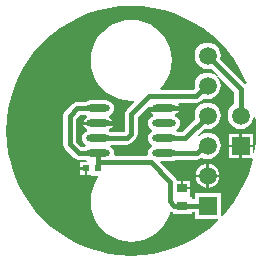
<source format=gtl>
G04*
G04 #@! TF.GenerationSoftware,Altium Limited,Altium Designer,19.1.5 (86)*
G04*
G04 Layer_Physical_Order=1*
G04 Layer_Color=255*
%FSLAX25Y25*%
%MOIN*%
G70*
G01*
G75*
%ADD14R,0.03500X0.03000*%
%ADD15R,0.02200X0.02200*%
%ADD16O,0.07874X0.02362*%
%ADD17O,0.07874X0.02362*%
%ADD24C,0.01500*%
%ADD25C,0.05906*%
%ADD26R,0.05906X0.05906*%
%ADD27C,0.03543*%
G36*
X3630Y41488D02*
X7232Y41014D01*
X10779Y40228D01*
X14244Y39135D01*
X17601Y37745D01*
X20823Y36067D01*
X23888Y34115D01*
X26770Y31903D01*
X29449Y29449D01*
X31903Y26770D01*
X34115Y23888D01*
X36067Y20823D01*
X37745Y17601D01*
X38501Y15776D01*
X38058Y15539D01*
X38050Y15550D01*
X29739Y23861D01*
X29741Y23864D01*
X29890Y25000D01*
X29741Y26136D01*
X29302Y27195D01*
X28604Y28104D01*
X27695Y28802D01*
X26636Y29241D01*
X25500Y29390D01*
X24364Y29241D01*
X23305Y28802D01*
X22396Y28104D01*
X21698Y27195D01*
X21259Y26136D01*
X21110Y25000D01*
X21259Y23864D01*
X21698Y22805D01*
X22396Y21896D01*
X23305Y21198D01*
X24364Y20759D01*
X25500Y20610D01*
X26636Y20759D01*
X26639Y20761D01*
X28866Y18534D01*
X28535Y18157D01*
X27695Y18802D01*
X26636Y19241D01*
X25500Y19390D01*
X24364Y19241D01*
X23305Y18802D01*
X22396Y18104D01*
X21698Y17195D01*
X21259Y16136D01*
X21110Y15000D01*
X21218Y14176D01*
X20734Y13692D01*
X9983D01*
X9753Y14192D01*
X10924Y15563D01*
X12031Y17370D01*
X12842Y19327D01*
X13336Y21388D01*
X13503Y23500D01*
X13336Y25612D01*
X12842Y27673D01*
X12031Y29630D01*
X10924Y31437D01*
X9548Y33048D01*
X7937Y34424D01*
X6130Y35531D01*
X4172Y36342D01*
X2112Y36836D01*
X0Y37003D01*
X-2112Y36836D01*
X-4172Y36342D01*
X-6130Y35531D01*
X-7937Y34424D01*
X-9548Y33048D01*
X-10924Y31437D01*
X-12031Y29630D01*
X-12842Y27673D01*
X-13336Y25612D01*
X-13503Y23500D01*
X-13336Y21388D01*
X-12842Y19327D01*
X-12031Y17370D01*
X-10924Y15563D01*
X-9548Y13952D01*
X-7937Y12576D01*
X-6130Y11469D01*
X-4172Y10658D01*
X-2112Y10164D01*
X0Y9997D01*
X797Y10060D01*
X1006Y9606D01*
X-1550Y7050D01*
X-2025Y6339D01*
X-2192Y5500D01*
Y-92D01*
X-2408Y-308D01*
X-6861D01*
X-6942Y-245D01*
X-7384Y-62D01*
X-7390Y289D01*
X-7359Y468D01*
X-6672Y927D01*
X-6190Y1649D01*
X-6100Y2100D01*
X-11000D01*
X-15900D01*
X-15810Y1649D01*
X-15328Y927D01*
X-14641Y468D01*
X-14610Y289D01*
X-14616Y-62D01*
X-15058Y-245D01*
X-15597Y-659D01*
X-16011Y-1198D01*
X-16271Y-1826D01*
X-16359Y-2500D01*
X-16271Y-3174D01*
X-16011Y-3802D01*
X-15597Y-4341D01*
X-15100Y-4722D01*
X-15088Y-4829D01*
X-15424Y-5308D01*
X-16592D01*
X-18308Y-3592D01*
Y4092D01*
X-17092Y5308D01*
X-15139D01*
X-15058Y5245D01*
X-14616Y5063D01*
X-14610Y4711D01*
X-14641Y4532D01*
X-15328Y4073D01*
X-15810Y3351D01*
X-15900Y2900D01*
X-11000D01*
X-6100D01*
X-6190Y3351D01*
X-6672Y4073D01*
X-7359Y4532D01*
X-7390Y4711D01*
X-7384Y5063D01*
X-6942Y5245D01*
X-6403Y5659D01*
X-5990Y6198D01*
X-5729Y6826D01*
X-5641Y7500D01*
X-5729Y8174D01*
X-5990Y8802D01*
X-6403Y9341D01*
X-6942Y9755D01*
X-7570Y10015D01*
X-8244Y10103D01*
X-13756D01*
X-14430Y10015D01*
X-15058Y9755D01*
X-15139Y9692D01*
X-18000D01*
X-18839Y9525D01*
X-19550Y9050D01*
X-22050Y6550D01*
X-22525Y5839D01*
X-22692Y5000D01*
Y-4500D01*
X-22525Y-5339D01*
X-22050Y-6050D01*
X-19050Y-9050D01*
X-18339Y-9525D01*
X-17500Y-9692D01*
X-15139D01*
X-15058Y-9755D01*
X-14706Y-9900D01*
X-14806Y-10400D01*
X-17100D01*
Y-12100D01*
X-15000D01*
Y-12500D01*
X-14600D01*
Y-14600D01*
X-13500D01*
Y-15000D01*
X-11040D01*
X-10830Y-15454D01*
X-10924Y-15563D01*
X-12031Y-17370D01*
X-12842Y-19327D01*
X-13336Y-21388D01*
X-13503Y-23500D01*
X-13336Y-25612D01*
X-12842Y-27673D01*
X-12031Y-29630D01*
X-10924Y-31437D01*
X-9548Y-33048D01*
X-7937Y-34424D01*
X-6130Y-35531D01*
X-4172Y-36342D01*
X-2112Y-36836D01*
X0Y-37003D01*
X2112Y-36836D01*
X4172Y-36342D01*
X6130Y-35531D01*
X7937Y-34424D01*
X9548Y-33048D01*
X10924Y-31437D01*
X12031Y-29630D01*
X12842Y-27673D01*
X12977Y-27110D01*
X13441Y-26910D01*
X13850Y-27123D01*
Y-27800D01*
X20150D01*
Y-27092D01*
X21147D01*
Y-29353D01*
X28813D01*
X29008Y-29853D01*
X26770Y-31903D01*
X23888Y-34115D01*
X20823Y-36067D01*
X17601Y-37745D01*
X14244Y-39135D01*
X10779Y-40228D01*
X7232Y-41014D01*
X3630Y-41488D01*
X0Y-41647D01*
X-3630Y-41488D01*
X-7232Y-41014D01*
X-10779Y-40228D01*
X-14244Y-39135D01*
X-17601Y-37745D01*
X-20823Y-36067D01*
X-23888Y-34115D01*
X-26770Y-31903D01*
X-29449Y-29449D01*
X-31903Y-26770D01*
X-34115Y-23888D01*
X-36067Y-20823D01*
X-37745Y-17601D01*
X-39135Y-14244D01*
X-40228Y-10779D01*
X-41014Y-7232D01*
X-41488Y-3630D01*
X-41647Y0D01*
X-41488Y3630D01*
X-41014Y7232D01*
X-40228Y10779D01*
X-39135Y14244D01*
X-37745Y17601D01*
X-36067Y20823D01*
X-34115Y23888D01*
X-31903Y26770D01*
X-29449Y29449D01*
X-26770Y31903D01*
X-23888Y34115D01*
X-20823Y36067D01*
X-17601Y37745D01*
X-14244Y39135D01*
X-10779Y40228D01*
X-7232Y41014D01*
X-3630Y41488D01*
X0Y41647D01*
X3630Y41488D01*
D02*
G37*
G36*
X34308Y13092D02*
Y8803D01*
X34305Y8802D01*
X33396Y8104D01*
X32698Y7195D01*
X32259Y6136D01*
X32110Y5000D01*
X32259Y3864D01*
X32698Y2805D01*
X33396Y1896D01*
X34305Y1198D01*
X35364Y759D01*
X36500Y610D01*
X37636Y759D01*
X38695Y1198D01*
X39604Y1896D01*
X40302Y2805D01*
X40741Y3864D01*
X40847Y4671D01*
X41351D01*
X41488Y3630D01*
X41647Y0D01*
X41488Y-3630D01*
X41014Y-7232D01*
X40953Y-7508D01*
X40453Y-7453D01*
Y-5400D01*
X36900D01*
Y-8953D01*
X40120D01*
X40529Y-9421D01*
X40228Y-10779D01*
X39135Y-14244D01*
X37745Y-17601D01*
X36067Y-20823D01*
X34115Y-23888D01*
X31903Y-26770D01*
X30319Y-28499D01*
X29853Y-28318D01*
Y-20647D01*
X21147D01*
Y-22708D01*
X20150D01*
Y-22000D01*
X19991D01*
X19750Y-21600D01*
Y-19500D01*
X17000D01*
Y-19100D01*
X16600D01*
Y-16600D01*
X15112D01*
X15025Y-16161D01*
X14550Y-15450D01*
X9665Y-10565D01*
X9857Y-10103D01*
X13756D01*
X14430Y-10015D01*
X15058Y-9755D01*
X15139Y-9692D01*
X21808D01*
X22647Y-9525D01*
X23358Y-9050D01*
X23518Y-8890D01*
X24364Y-9241D01*
X25500Y-9390D01*
X26636Y-9241D01*
X27695Y-8802D01*
X28604Y-8104D01*
X29302Y-7195D01*
X29741Y-6136D01*
X29890Y-5000D01*
X29741Y-3864D01*
X29302Y-2805D01*
X28604Y-1896D01*
X27695Y-1198D01*
X26636Y-759D01*
X25500Y-610D01*
X24364Y-759D01*
X23305Y-1198D01*
X22465Y-1843D01*
X22134Y-1466D01*
X24361Y761D01*
X24364Y759D01*
X25500Y610D01*
X26636Y759D01*
X27695Y1198D01*
X28604Y1896D01*
X29302Y2805D01*
X29741Y3864D01*
X29890Y5000D01*
X29741Y6136D01*
X29302Y7195D01*
X28604Y8104D01*
X27695Y8802D01*
X26636Y9241D01*
X25500Y9390D01*
X24364Y9241D01*
X23305Y8802D01*
X22396Y8104D01*
X21698Y7195D01*
X21259Y6136D01*
X21110Y5000D01*
X21259Y3864D01*
X21261Y3861D01*
X17092Y-308D01*
X15424D01*
X15088Y171D01*
X15100Y278D01*
X15597Y659D01*
X16011Y1198D01*
X16271Y1826D01*
X16359Y2500D01*
X16271Y3174D01*
X16011Y3802D01*
X15597Y4341D01*
X15058Y4755D01*
X14616Y4938D01*
X14610Y5289D01*
X14641Y5468D01*
X15328Y5928D01*
X15811Y6649D01*
X15900Y7100D01*
X11000D01*
X6100D01*
X6190Y6649D01*
X6672Y5928D01*
X7359Y5468D01*
X7390Y5289D01*
X7384Y4938D01*
X6942Y4755D01*
X6403Y4341D01*
X5990Y3802D01*
X5729Y3174D01*
X5641Y2500D01*
X5729Y1826D01*
X5990Y1198D01*
X6403Y659D01*
X6900Y278D01*
X6933Y-0D01*
X6900Y-278D01*
X6403Y-659D01*
X5990Y-1198D01*
X5729Y-1826D01*
X5641Y-2500D01*
X5729Y-3174D01*
X5990Y-3802D01*
X6403Y-4341D01*
X6900Y-4722D01*
X6933Y-5000D01*
X6900Y-5278D01*
X6403Y-5659D01*
X5990Y-6198D01*
X5729Y-6826D01*
X5641Y-7500D01*
X5681Y-7808D01*
X5273Y-8308D01*
X-5273D01*
X-5681Y-7808D01*
X-5641Y-7500D01*
X-5729Y-6826D01*
X-5990Y-6198D01*
X-6403Y-5659D01*
X-6900Y-5278D01*
X-6912Y-5171D01*
X-6576Y-4692D01*
X-1500D01*
X-661Y-4525D01*
X50Y-4050D01*
X1550Y-2550D01*
X2025Y-1839D01*
X2192Y-1000D01*
Y4592D01*
X5612Y8012D01*
X5822Y7900D01*
X11000D01*
X15900D01*
X15811Y8351D01*
X15505Y8808D01*
X15773Y9308D01*
X21642D01*
X22481Y9475D01*
X23192Y9950D01*
X24108Y10865D01*
X24364Y10759D01*
X25500Y10610D01*
X26636Y10759D01*
X27695Y11198D01*
X28604Y11896D01*
X29302Y12805D01*
X29741Y13864D01*
X29890Y15000D01*
X29741Y16136D01*
X29302Y17195D01*
X28657Y18035D01*
X29034Y18366D01*
X34308Y13092D01*
D02*
G37*
%LPC*%
G36*
X-15400Y-12900D02*
X-17100D01*
Y-14600D01*
X-15400D01*
Y-12900D01*
D02*
G37*
G36*
X40453Y-1047D02*
X36900D01*
Y-4600D01*
X40453D01*
Y-1047D01*
D02*
G37*
G36*
X36100D02*
X32547D01*
Y-4600D01*
X36100D01*
Y-1047D01*
D02*
G37*
G36*
Y-5400D02*
X32547D01*
Y-8953D01*
X36100D01*
Y-5400D01*
D02*
G37*
G36*
X25900Y-11066D02*
Y-14600D01*
X29434D01*
X29351Y-13968D01*
X28953Y-13007D01*
X28319Y-12181D01*
X27493Y-11547D01*
X26532Y-11149D01*
X25900Y-11066D01*
D02*
G37*
G36*
X25100D02*
X24468Y-11149D01*
X23507Y-11547D01*
X22681Y-12181D01*
X22047Y-13007D01*
X21649Y-13968D01*
X21566Y-14600D01*
X25100D01*
Y-11066D01*
D02*
G37*
G36*
X19750Y-16600D02*
X17400D01*
Y-18700D01*
X19750D01*
Y-16600D01*
D02*
G37*
G36*
X29434Y-15400D02*
X25900D01*
Y-18934D01*
X26532Y-18851D01*
X27493Y-18453D01*
X28319Y-17819D01*
X28953Y-16993D01*
X29351Y-16032D01*
X29434Y-15400D01*
D02*
G37*
G36*
X25100D02*
X21566D01*
X21649Y-16032D01*
X22047Y-16993D01*
X22681Y-17819D01*
X23507Y-18453D01*
X24468Y-18851D01*
X25100Y-18934D01*
Y-15400D01*
D02*
G37*
%LPD*%
D14*
X17000Y-24900D02*
D03*
Y-19100D02*
D03*
D15*
X-15000Y-12500D02*
D03*
X-11000D02*
D03*
D16*
X-11000Y7500D02*
D03*
D17*
Y2500D02*
D03*
Y-2500D02*
D03*
X11000Y-7500D02*
D03*
Y2500D02*
D03*
Y7500D02*
D03*
Y-2500D02*
D03*
X-11000Y-7500D02*
D03*
D24*
X25400Y-24900D02*
X25500Y-25000D01*
X17000Y-24900D02*
X25400D01*
X5500Y6500D02*
X6335Y7335D01*
X10835D01*
X11000Y7500D01*
X18500D01*
X-11000Y2500D02*
X-4000D01*
X-11000Y-10500D02*
Y-7500D01*
Y-12500D02*
Y-10500D01*
X6500D01*
X13000Y-17000D01*
Y-23500D02*
Y-17000D01*
X0Y5500D02*
X6000Y11500D01*
X0Y-1000D02*
Y5500D01*
X-1500Y-2500D02*
X0Y-1000D01*
X6000Y11500D02*
X21642D01*
X25142Y15000D01*
X25500D01*
X-11000Y-2500D02*
X-1500D01*
X-20500Y-4500D02*
X-17500Y-7500D01*
X-11000D01*
X-20500Y-4500D02*
Y5000D01*
X-18000Y7500D01*
X-11000D01*
X14400Y-24900D02*
X17000D01*
X13000Y-23500D02*
X14400Y-24900D01*
X-11000Y-7500D02*
X-11000Y-7500D01*
X36500Y5000D02*
Y14000D01*
X25500Y25000D02*
X36500Y14000D01*
X18000Y-2500D02*
X25500Y5000D01*
X11000Y-2500D02*
X18000D01*
X24308Y-5000D02*
X25500D01*
X21808Y-7500D02*
X24308Y-5000D01*
X11000Y-7500D02*
X21808D01*
D25*
X36500Y5000D02*
D03*
X25500Y-15000D02*
D03*
Y-5000D02*
D03*
Y5000D02*
D03*
Y15000D02*
D03*
Y25000D02*
D03*
D26*
X36500Y-5000D02*
D03*
X25500Y-25000D02*
D03*
D27*
X-17500Y12500D02*
D03*
X17500Y-12500D02*
D03*
X17000Y17500D02*
D03*
X-24000Y-8000D02*
D03*
X-17000Y-17000D02*
D03*
X2500Y-5500D02*
D03*
X18500Y7500D02*
D03*
X-4000Y2500D02*
D03*
M02*

</source>
